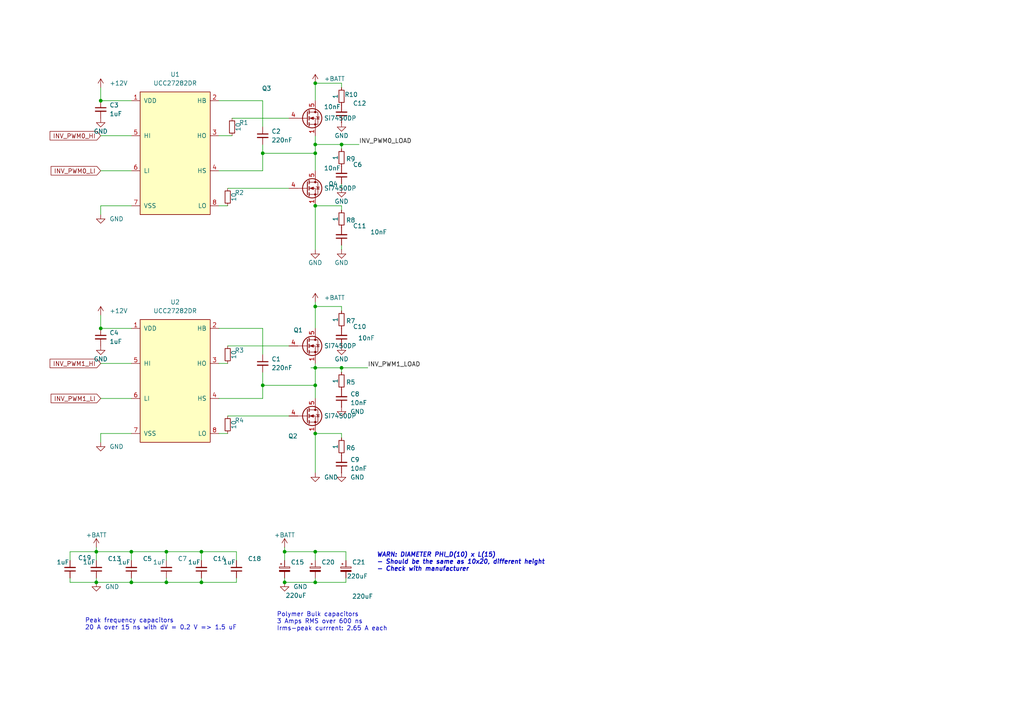
<source format=kicad_sch>
(kicad_sch (version 20250114) (generator "eeschema") (generator_version "9.0")
  (paper "A4")
  (lib_symbols
    (symbol "Device:C_Polarized_Small" (pin_numbers (hide yes)) (pin_names (offset 0.254) (hide yes))
      (property "Reference" "C" (at 0.254 1.778 0))
      (property "Value" "C_Polarized_Small" (at 0.254 -2.032 0))
      (symbol "C_Polarized_Small_0_1"
        (rectangle (start -1.524 0.6858) (end 1.524 0.3048))
        (rectangle (start -1.524 -0.3048) (end 1.524 -0.6858) (fill (type outline)))
        (polyline (pts (xy -1.27 1.524) (xy -0.762 1.524)))
        (polyline (pts (xy -1.016 1.27) (xy -1.016 1.778)))
      )
      (symbol "C_Polarized_Small_1_1"
        (pin passive line (at 0 2.54 270) (length 1.8542) (name "~") (number "1"))
        (pin passive line (at 0 -2.54 90) (length 1.8542) (name "~") (number "2"))
      )
    )
    (symbol "Device:C_Small" (pin_numbers (hide yes)) (pin_names (offset 0.254) (hide yes))
      (property "Reference" "C" (at 0.254 1.778 0))
      (property "Value" "C_Small" (at 0.254 -2.032 0))
      (symbol "C_Small_0_1"
        (polyline (pts (xy -1.524 0.508) (xy 1.524 0.508)) (stroke (width 0.3048)))
        (polyline (pts (xy -1.524 -0.508) (xy 1.524 -0.508)) (stroke (width 0.3302)))
      )
      (symbol "C_Small_1_1"
        (pin passive line (at 0 2.54 270) (length 2.032) (name "~") (number "1"))
        (pin passive line (at 0 -2.54 90) (length 2.032) (name "~") (number "2"))
      )
    )
    (symbol "Device:R_Small" (pin_numbers (hide yes)) (pin_names (offset 0.254) (hide yes))
      (property "Reference" "R" (at 0 0 90))
      (property "Value" "R_Small" (at 1.778 0 90))
      (symbol "R_Small_0_1"
        (rectangle (start -0.762 1.778) (end 0.762 -1.778) (stroke (width 0.2032)))
      )
      (symbol "R_Small_1_1"
        (pin passive line (at 0 2.54 270) (length 0.762) (name "~") (number "1"))
        (pin passive line (at 0 -2.54 90) (length 0.762) (name "~") (number "2"))
      )
    )
    (symbol "Transistor_FET:Si7450DP" (pin_names (hide yes))
      (property "Reference" "Q" (at 5.08 1.905 0))
      (property "Value" "Si7450DP" (at 5.08 0 0))
      (symbol "Si7450DP_0_1"
        (polyline (pts (xy 0.254 1.905) (xy 0.254 -1.905)) (stroke (width 0.254)))
        (polyline (pts (xy 0.254 0) (xy -2.54 0)))
        (polyline (pts (xy 0.762 2.286) (xy 0.762 1.27)) (stroke (width 0.254)))
        (polyline (pts (xy 0.762 0.508) (xy 0.762 -0.508)) (stroke (width 0.254)))
        (polyline (pts (xy 0.762 -1.27) (xy 0.762 -2.286)) (stroke (width 0.254)))
        (polyline (pts (xy 0.762 -1.778) (xy 3.302 -1.778) (xy 3.302 1.778) (xy 0.762 1.778)))
        (polyline (pts (xy 1.016 0) (xy 2.032 0.381) (xy 2.032 -0.381) (xy 1.016 0)) (fill (type outline)))
        (circle (center 1.651 0) (radius 2.794) (stroke (width 0.254)))
        (polyline (pts (xy 2.54 2.54) (xy 2.54 1.778)))
        (circle (center 2.54 1.778) (radius 0.254) (fill (type outline)))
        (circle (center 2.54 -1.778) (radius 0.254) (fill (type outline)))
        (polyline (pts (xy 2.54 -2.54) (xy 2.54 0) (xy 0.762 0)))
        (polyline (pts (xy 2.794 0.508) (xy 2.921 0.381) (xy 3.683 0.381) (xy 3.81 0.254)))
        (polyline (pts (xy 3.302 0.381) (xy 2.921 -0.254) (xy 3.683 -0.254) (xy 3.302 0.381)))
      )
      (symbol "Si7450DP_1_1"
        (pin input line (at -5.08 0 0) (length 2.54) (name "G") (number "4"))
        (pin passive line (at 2.54 5.08 270) (length 2.54) (name "D") (number "5"))
        (pin passive line (at 2.54 -5.08 90) (length 2.54) (name "S") (number "1"))
        (pin passive line (at 2.54 -5.08 90) (length 2.54) (hide yes) (name "S") (number "2"))
        (pin passive line (at 2.54 -5.08 90) (length 2.54) (hide yes) (name "S") (number "3"))
      )
    )
    (symbol "power:+12V" (power) (pin_numbers (hide yes)) (pin_names (offset 0) (hide yes))
      (property "Value" "+12V" (at 0 3.556 0))
      (symbol "+12V_0_1"
        (polyline (pts (xy -0.762 1.27) (xy 0 2.54)))
        (polyline (pts (xy 0 2.54) (xy 0.762 1.27)))
        (polyline (pts (xy 0 0) (xy 0 2.54)))
      )
      (symbol "+12V_1_1"
        (pin power_in line (at 0 0 90) (length 0) (name "~") (number "1"))
      )
    )
    (symbol "power:+BATT" (power) (pin_numbers (hide yes)) (pin_names (offset 0) (hide yes))
      (property "Value" "+BATT" (at 0 3.556 0))
      (symbol "+BATT_0_1"
        (polyline (pts (xy -0.762 1.27) (xy 0 2.54)))
        (polyline (pts (xy 0 2.54) (xy 0.762 1.27)))
        (polyline (pts (xy 0 0) (xy 0 2.54)))
      )
      (symbol "+BATT_1_1"
        (pin power_in line (at 0 0 90) (length 0) (name "~") (number "1"))
      )
    )
    (symbol "power:GND" (power) (pin_numbers (hide yes)) (pin_names (offset 0) (hide yes))
      (property "Value" "GND" (at 0 -3.81 0))
      (symbol "GND_0_1"
        (polyline (pts (xy 0 0) (xy 0 -1.27) (xy 1.27 -1.27) (xy 0 -2.54) (xy -1.27 -1.27) (xy 0 -1.27)))
      )
      (symbol "GND_1_1"
        (pin power_in line (at 0 0 270) (length 0) (name "~") (number "1"))
      )
    )
    (symbol "ucc27282:UCC27282DR" (pin_names (offset 1.016))
      (property "Reference" "U" (at 0 21.59 0))
      (property "Value" "UCC27282DR" (at 0 19.05 0))
      (symbol "UCC27282DR_0_1"
        (rectangle (start -10.16 17.78) (end 10.16 -17.78) (stroke (width 0.2032)) (fill (type background)))
      )
      (symbol "UCC27282DR_1_1"
        (pin power_in line (at -12.7 15.24 0) (length 2.54) (name "VDD") (number "1"))
        (pin input line (at -12.7 5.08 0) (length 2.54) (name "HI") (number "5"))
        (pin input line (at -12.7 -5.08 0) (length 2.54) (name "LI") (number "6"))
        (pin power_in line (at -12.7 -15.24 0) (length 2.54) (name "VSS") (number "7"))
        (pin passive line (at 12.7 15.24 180) (length 2.54) (name "HB") (number "2"))
        (pin output line (at 12.7 5.08 180) (length 2.54) (name "HO") (number "3"))
        (pin output line (at 12.7 -5.08 180) (length 2.54) (name "HS") (number "4"))
        (pin output line (at 12.7 -15.24 180) (length 2.54) (name "LO") (number "8"))
      )
    )
  )
  (text "Polymer Bulk capacitors\n3 Amps RMS over 600 ns\nIrms-peak currrent: 2.65 A each" (at 80.264 183.134 0) (effects (font (size 1.27 1.27) (thickness 0.1588)) (justify left bottom)))
  (text "Peak frequency capacitors\n20 A over 15 ns with dV = 0.2 V => 1.5 uF" (at 24.638 181.102 0) (effects (font (size 1.27 1.27) (thickness 0.1588)) (justify left)))
  (text "Notes:\n- Make sure to correctly connect the bootstrap circuit (Hs to phase voltage)\n- Make sure to connect all 4 PWM inputs to different PWM drivers\n	=> ENSURE DEAD TIME WHEN DRIVING\n" (at -179.832 27.178 0) (effects (font (size 2.54 2.54) (thickness 0.3175)) (justify left)))
  (text "WARN: DIAMETER PHI_D(10) x L(15)\n- Should be the same as 10x20, different height\n- Check with manufacturer" (at 109.22 165.862 0) (effects (font (size 1.27 1.27) (thickness 0.254) (bold yes) (italic yes)) (justify left bottom)))
  (junction (at 91.44 106.68))
  (junction (at 91.44 24.13))
  (junction (at 76.2 44.45))
  (junction (at 82.55 160.02))
  (junction (at 38.1 168.91))
  (junction (at 91.44 168.91))
  (junction (at 27.94 160.02))
  (junction (at 91.44 88.9))
  (junction (at 82.55 168.91))
  (junction (at 76.2 111.76))
  (junction (at 58.42 160.02))
  (junction (at 29.21 29.21))
  (junction (at 91.44 125.73))
  (junction (at 91.44 41.91))
  (junction (at 48.26 168.91))
  (junction (at 38.1 160.02))
  (junction (at 91.44 59.69))
  (junction (at 91.44 160.02))
  (junction (at 91.44 111.76))
  (junction (at 27.94 168.91))
  (junction (at 91.44 44.45))
  (junction (at 99.06 106.68))
  (junction (at 58.42 168.91))
  (junction (at 29.21 95.25))
  (junction (at 48.26 160.02))
  (junction (at 99.06 41.91))
  (wire (pts (xy 76.2 49.53) (xy 63.5 49.53)))
  (wire (pts (xy 27.94 168.91) (xy 38.1 168.91)))
  (wire (pts (xy 91.44 160.02) (xy 100.33 160.02)))
  (wire (pts (xy 99.06 106.68) (xy 99.06 107.95)))
  (wire (pts (xy 76.2 29.21) (xy 76.2 36.83)))
  (wire (pts (xy 48.26 167.64) (xy 48.26 168.91)))
  (wire (pts (xy 63.5 29.21) (xy 76.2 29.21)))
  (wire (pts (xy 76.2 44.45) (xy 76.2 49.53)))
  (wire (pts (xy 91.44 41.91) (xy 99.06 41.91)))
  (wire (pts (xy 38.1 160.02) (xy 48.26 160.02)))
  (wire (pts (xy 48.26 160.02) (xy 58.42 160.02)))
  (wire (pts (xy 38.1 125.73) (xy 29.21 125.73)))
  (wire (pts (xy 99.06 25.4) (xy 99.06 24.13)))
  (wire (pts (xy 67.31 34.29) (xy 83.82 34.29)))
  (wire (pts (xy 29.21 95.25) (xy 38.1 95.25)))
  (wire (pts (xy 76.2 111.76) (xy 91.44 111.76)))
  (wire (pts (xy 91.44 106.68) (xy 99.06 106.68)))
  (wire (pts (xy 68.58 160.02) (xy 58.42 160.02)))
  (wire (pts (xy 91.44 88.9) (xy 91.44 95.25)))
  (wire (pts (xy 76.2 44.45) (xy 91.44 44.45)))
  (wire (pts (xy 91.44 87.63) (xy 91.44 88.9)))
  (wire (pts (xy 27.94 158.75) (xy 27.94 160.02)))
  (wire (pts (xy 68.58 162.56) (xy 68.58 160.02)))
  (wire (pts (xy 29.21 59.69) (xy 38.1 59.69)))
  (wire (pts (xy 82.55 158.75) (xy 82.55 160.02)))
  (wire (pts (xy 20.32 162.56) (xy 20.32 160.02)))
  (wire (pts (xy 90.17 106.68) (xy 91.44 106.68)))
  (wire (pts (xy 63.5 105.41) (xy 66.04 105.41)))
  (wire (pts (xy 66.04 100.33) (xy 83.82 100.33)))
  (wire (pts (xy 91.44 125.73) (xy 91.44 137.16)))
  (wire (pts (xy 99.06 90.17) (xy 99.06 88.9)))
  (wire (pts (xy 76.2 107.95) (xy 76.2 111.76)))
  (wire (pts (xy 91.44 168.91) (xy 82.55 168.91)))
  (wire (pts (xy 91.44 105.41) (xy 91.44 106.68)))
  (wire (pts (xy 58.42 167.64) (xy 58.42 168.91)))
  (wire (pts (xy 76.2 111.76) (xy 76.2 115.57)))
  (wire (pts (xy 29.21 62.23) (xy 29.21 59.69)))
  (wire (pts (xy 20.32 168.91) (xy 27.94 168.91)))
  (wire (pts (xy 68.58 167.64) (xy 68.58 168.91)))
  (wire (pts (xy 99.06 72.39) (xy 99.06 71.12)))
  (wire (pts (xy 82.55 160.02) (xy 91.44 160.02)))
  (wire (pts (xy 100.33 160.02) (xy 100.33 162.56)))
  (wire (pts (xy 100.33 167.64) (xy 100.33 168.91)))
  (wire (pts (xy 91.44 59.69) (xy 99.06 59.69)))
  (wire (pts (xy 99.06 53.34) (xy 99.06 54.61)))
  (wire (pts (xy 58.42 160.02) (xy 58.42 162.56)))
  (wire (pts (xy 29.21 49.53) (xy 38.1 49.53)))
  (wire (pts (xy 76.2 115.57) (xy 63.5 115.57)))
  (wire (pts (xy 76.2 95.25) (xy 76.2 102.87)))
  (wire (pts (xy 91.44 160.02) (xy 91.44 162.56)))
  (wire (pts (xy 66.04 54.61) (xy 83.82 54.61)))
  (wire (pts (xy 38.1 167.64) (xy 38.1 168.91)))
  (wire (pts (xy 29.21 39.37) (xy 38.1 39.37)))
  (wire (pts (xy 63.5 95.25) (xy 76.2 95.25)))
  (wire (pts (xy 91.44 106.68) (xy 91.44 111.76)))
  (wire (pts (xy 27.94 160.02) (xy 38.1 160.02)))
  (wire (pts (xy 91.44 41.91) (xy 91.44 44.45)))
  (wire (pts (xy 29.21 95.25) (xy 29.21 91.44)))
  (wire (pts (xy 38.1 29.21) (xy 29.21 29.21)))
  (wire (pts (xy 100.33 168.91) (xy 91.44 168.91)))
  (wire (pts (xy 99.06 125.73) (xy 99.06 127)))
  (wire (pts (xy 38.1 168.91) (xy 48.26 168.91)))
  (wire (pts (xy 82.55 168.91) (xy 82.55 167.64)))
  (wire (pts (xy 29.21 105.41) (xy 38.1 105.41)))
  (wire (pts (xy 91.44 125.73) (xy 99.06 125.73)))
  (wire (pts (xy 29.21 29.21) (xy 29.21 25.4)))
  (wire (pts (xy 27.94 167.64) (xy 27.94 168.91)))
  (wire (pts (xy 48.26 168.91) (xy 58.42 168.91)))
  (wire (pts (xy 91.44 39.37) (xy 91.44 41.91)))
  (wire (pts (xy 29.21 125.73) (xy 29.21 128.27)))
  (wire (pts (xy 91.44 24.13) (xy 91.44 29.21)))
  (wire (pts (xy 91.44 167.64) (xy 91.44 168.91)))
  (wire (pts (xy 20.32 167.64) (xy 20.32 168.91)))
  (wire (pts (xy 66.04 59.69) (xy 63.5 59.69)))
  (wire (pts (xy 99.06 41.91) (xy 104.14 41.91)))
  (wire (pts (xy 91.44 88.9) (xy 99.06 88.9)))
  (wire (pts (xy 67.31 39.37) (xy 63.5 39.37)))
  (wire (pts (xy 66.04 120.65) (xy 83.82 120.65)))
  (wire (pts (xy 99.06 41.91) (xy 99.06 43.18)))
  (wire (pts (xy 48.26 160.02) (xy 48.26 162.56)))
  (wire (pts (xy 27.94 160.02) (xy 27.94 162.56)))
  (wire (pts (xy 99.06 59.69) (xy 99.06 60.96)))
  (wire (pts (xy 38.1 160.02) (xy 38.1 162.56)))
  (wire (pts (xy 20.32 160.02) (xy 27.94 160.02)))
  (wire (pts (xy 91.44 111.76) (xy 91.44 115.57)))
  (wire (pts (xy 91.44 24.13) (xy 99.06 24.13)))
  (wire (pts (xy 68.58 168.91) (xy 58.42 168.91)))
  (wire (pts (xy 82.55 162.56) (xy 82.55 160.02)))
  (wire (pts (xy 76.2 41.91) (xy 76.2 44.45)))
  (wire (pts (xy 91.44 59.69) (xy 91.44 72.39)))
  (wire (pts (xy 63.5 125.73) (xy 66.04 125.73)))
  (wire (pts (xy 99.06 106.68) (xy 106.68 106.68)))
  (wire (pts (xy 29.21 115.57) (xy 38.1 115.57)))
  (wire (pts (xy 91.44 44.45) (xy 91.44 49.53)))
  (label "INV_PWM1_LOAD" (at 106.68 106.68 0))
  (label "INV_PWM0_LOAD" (at 104.14 41.91 0))
  (global_label "INV_PWM1_HI" (shape input) (at 29.21 105.41 180) (property "Intersheetrefs" "${INTERSHEET_REFS}" (effects (hide yes))))
  (global_label "INV_PWM0_HI" (shape input) (at 29.21 39.37 180) (property "Intersheetrefs" "${INTERSHEET_REFS}" (effects (hide yes))))
  (global_label "INV_PWM1_LI" (shape input) (at 29.21 115.57 180) (property "Intersheetrefs" "${INTERSHEET_REFS}" (effects (hide yes))))
  (global_label "INV_PWM0_LI" (shape input) (at 29.21 49.53 180) (property "Intersheetrefs" "${INTERSHEET_REFS}" (effects (hide yes))))
  (symbol (lib_id "Device:C_Small") (at 58.42 165.1 180) (unit 1)
    (property "Reference" "C14" (at 61.722 162.052 0) (effects (justify right)))
    (property "Value" "1uF" (at 58.166 163.068 0) (effects (justify left)))
    (property "Footprint" "Capacitor_SMD:C_0805_2012Metric" (effects (hide yes)))
    (property "Description" "Unpolarized capacitor, small symbol" (effects (hide yes)))
    (property "LCSC Part Number" "C28323" (effects (hide yes)))
    (property "Manufacturing Part Number" "CL21B105KBFNNNE" (effects (hide yes)))
  )
  (symbol (lib_id "Device:C_Small") (at 29.21 97.79 0) (unit 1)
    (property "Reference" "C4" (at 31.75 96.5262 0) (effects (justify left)))
    (property "Value" "1uF" (at 31.75 99.0662 0) (effects (justify left)))
    (property "Footprint" "Capacitor_SMD:C_0805_2012Metric" (effects (hide yes)))
    (property "Description" "Unpolarized capacitor, small symbol" (effects (hide yes)))
    (property "Manufacturing Part Number" "CL21B105KBFNNNE" (effects (hide yes)))
    (property "LCSC Part Number" "C28323" (effects (hide yes)))
  )
  (symbol (lib_id "Transistor_FET:Si7450DP") (at 88.9 100.33 0) (unit 1)
    (property "Reference" "Q1" (at 85.09 95.758 0) (effects (justify left)))
    (property "Value" "Si7450DP" (at 93.98 100.33 0) (effects (justify left)))
    (property "Footprint" "Package_SO:PowerPAK_SO-8_Single" (effects (hide yes)))
    (property "Datasheet" "https://www.vishay.com/docs/71432/si7450dp.pdf" (effects (hide yes)))
    (property "Description" "5.3A Id, 200V Vds, 80mOhm Ron, PowerPAK-8" (effects (hide yes)))
    (property "LCSC Part Number" "C3289463" (effects (hide yes)))
  )
  (symbol (lib_id "Device:C_Small") (at 27.94 165.1 180) (unit 1)
    (property "Reference" "C13" (at 31.242 162.052 0) (effects (justify right)))
    (property "Value" "1uF" (at 27.686 163.068 0) (effects (justify left)))
    (property "Footprint" "Capacitor_SMD:C_0805_2012Metric" (effects (hide yes)))
    (property "Description" "Unpolarized capacitor, small symbol" (effects (hide yes)))
    (property "LCSC Part Number" "C28323" (effects (hide yes)))
    (property "Manufacturing Part Number" "CL21B105KBFNNNE" (effects (hide yes)))
  )
  (symbol (lib_id "Device:R_Small") (at 99.06 110.49 180) (unit 1)
    (property "Reference" "R5" (at 101.727 110.871 0))
    (property "Value" "1" (at 97.282 110.49 90))
    (property "Footprint" "Capacitor_SMD:C_0603_1608Metric" (effects (hide yes)))
    (property "Description" "Resistor, small symbol" (effects (hide yes)))
    (property "LCSC Part Number" "C22936" (effects (hide yes)))
    (property "Manufacturing Part Number" "0603WAF100KT5E" (effects (hide yes)))
  )
  (symbol (lib_id "power:+BATT") (at 27.94 158.75 0) (unit 1)
    (property "Reference" "#PWR19" (effects (hide yes)))
    (property "Value" "+BATT" (at 27.94 155.194 0))
    (property "Description" "Power symbol creates a global label with name \"+BATT\"" (effects (hide yes)))
  )
  (symbol (lib_id "power:+BATT") (at 91.44 24.13 0) (unit 1)
    (property "Reference" "#PWR7" (effects (hide yes)))
    (property "Value" "+BATT" (at 93.98 22.8599 0) (effects (justify left)))
    (property "Description" "Power symbol creates a global label with name \"+BATT\"" (effects (hide yes)))
  )
  (symbol (lib_id "power:GND") (at 27.94 168.91 0) (unit 1)
    (property "Reference" "#PWR14" (effects (hide yes)))
    (property "Value" "GND" (at 30.48 170.1799 0) (effects (justify left)))
    (property "Description" "Power symbol creates a global label with name \"GND\" , ground" (effects (hide yes)))
  )
  (symbol (lib_id "Device:R_Small") (at 66.04 123.19 0) (unit 1)
    (property "Reference" "R4" (at 68.072 121.92 0) (effects (justify left)))
    (property "Value" "10" (at 67.818 123.19 90))
    (property "Footprint" "Resistor_SMD:R_1206_3216Metric" (effects (hide yes)))
    (property "Description" "Resistor, small symbol" (effects (hide yes)))
    (property "LCSC Part Number" "C17903" (effects (hide yes)))
    (property "Manufacturing Part Number" "1206W4F100JT5E" (effects (hide yes)))
  )
  (symbol (lib_id "Device:R_Small") (at 99.06 92.71 180) (unit 1)
    (property "Reference" "R7" (at 101.727 93.091 0))
    (property "Value" "1" (at 97.282 92.71 90))
    (property "Footprint" "Capacitor_SMD:C_0603_1608Metric" (effects (hide yes)))
    (property "Description" "Resistor, small symbol" (effects (hide yes)))
    (property "LCSC Part Number" "C22936" (effects (hide yes)))
    (property "Manufacturing Part Number" "0603WAF100KT5E" (effects (hide yes)))
  )
  (symbol (lib_id "power:+12V") (at 29.21 91.44 0) (unit 1)
    (property "Reference" "#PWR2" (effects (hide yes)))
    (property "Value" "+12V" (at 31.75 90.1699 0) (effects (justify left)))
    (property "Description" "Power symbol creates a global label with name \"+12V\"" (effects (hide yes)))
  )
  (symbol (lib_id "power:GND") (at 99.06 118.11 0) (unit 1)
    (property "Reference" "#PWR11" (effects (hide yes)))
    (property "Value" "GND" (at 101.6 119.3799 0) (effects (justify left)))
    (property "Description" "Power symbol creates a global label with name \"GND\" , ground" (effects (hide yes)))
  )
  (symbol (lib_id "Device:C_Polarized_Small") (at 91.44 165.1 0) (unit 1)
    (property "Reference" "C20" (at 93.218 163.068 0) (effects (justify left)))
    (property "Value" "220uF" (at 102.108 172.974 0) (effects (justify left)))
    (property "Footprint" "Capacitor_THT:C_Radial_D10.0mm_H16.0mm_P5.00mm" (effects (hide yes)))
    (property "Description" "Polarized capacitor, small symbol" (effects (hide yes)))
    (property "LCSC Part Number" "C2983797" (effects (hide yes)))
    (property "Manufacturing Part Number" "SPZ1JM221G15O00RAXXX" (effects (hide yes)))
  )
  (symbol (lib_id "Device:C_Small") (at 48.26 165.1 180) (unit 1)
    (property "Reference" "C7" (at 51.562 162.052 0) (effects (justify right)))
    (property "Value" "1uF" (at 48.006 163.068 0) (effects (justify left)))
    (property "Footprint" "Capacitor_SMD:C_0805_2012Metric" (effects (hide yes)))
    (property "Description" "Unpolarized capacitor, small symbol" (effects (hide yes)))
    (property "LCSC Part Number" "C28323" (effects (hide yes)))
    (property "Manufacturing Part Number" "CL21B105KBFNNNE" (effects (hide yes)))
  )
  (symbol (lib_id "power:GND") (at 91.44 72.39 0) (unit 1)
    (property "Reference" "#PWR9" (effects (hide yes)))
    (property "Value" "GND" (at 91.44 76.2 0))
    (property "Description" "Power symbol creates a global label with name \"GND\" , ground" (effects (hide yes)))
  )
  (symbol (lib_id "Device:R_Small") (at 99.06 45.72 180) (unit 1)
    (property "Reference" "R9" (at 101.727 46.101 0))
    (property "Value" "1" (at 97.282 45.72 90))
    (property "Footprint" "Capacitor_SMD:C_0603_1608Metric" (effects (hide yes)))
    (property "Description" "Resistor, small symbol" (effects (hide yes)))
    (property "LCSC Part Number" "C22936" (effects (hide yes)))
    (property "Manufacturing Part Number" "0603WAF100KT5E" (effects (hide yes)))
  )
  (symbol (lib_id "power:GND") (at 99.06 137.16 0) (unit 1)
    (property "Reference" "#PWR12" (effects (hide yes)))
    (property "Value" "GND" (at 101.6 138.4299 0) (effects (justify left)))
    (property "Description" "Power symbol creates a global label with name \"GND\" , ground" (effects (hide yes)))
  )
  (symbol (lib_id "Device:C_Small") (at 99.06 115.57 180) (unit 1)
    (property "Reference" "C8" (at 101.6 114.2935 0) (effects (justify right)))
    (property "Value" "10nF" (at 101.6 116.8335 0) (effects (justify right)))
    (property "Footprint" "Capacitor_SMD:C_0402_1005Metric" (effects (hide yes)))
    (property "Description" "Unpolarized capacitor, small symbol" (effects (hide yes)))
    (property "LCSC Part Number" "C15195" (effects (hide yes)))
  )
  (symbol (lib_id "Device:R_Small") (at 99.06 63.5 180) (unit 1)
    (property "Reference" "R8" (at 101.727 63.881 0))
    (property "Value" "1" (at 97.282 63.5 90))
    (property "Footprint" "Capacitor_SMD:C_0603_1608Metric" (effects (hide yes)))
    (property "Description" "Resistor, small symbol" (effects (hide yes)))
    (property "LCSC Part Number" "C22936" (effects (hide yes)))
    (property "Manufacturing Part Number" "0603WAF100KT5E" (effects (hide yes)))
  )
  (symbol (lib_id "Device:R_Small") (at 66.04 57.15 0) (unit 1)
    (property "Reference" "R2" (at 68.072 55.88 0) (effects (justify left)))
    (property "Value" "10" (at 67.818 57.15 90))
    (property "Footprint" "Resistor_SMD:R_1206_3216Metric" (effects (hide yes)))
    (property "Description" "Resistor, small symbol" (effects (hide yes)))
    (property "LCSC Part Number" "C17903" (effects (hide yes)))
    (property "Manufacturing Part Number" "1206W4F100JT5E" (effects (hide yes)))
  )
  (symbol (lib_id "power:GND") (at 29.21 34.29 0) (unit 1)
    (property "Reference" "#PWR6" (effects (hide yes)))
    (property "Value" "GND" (at 29.21 38.1 0))
    (property "Description" "Power symbol creates a global label with name \"GND\" , ground" (effects (hide yes)))
  )
  (symbol (lib_id "Device:C_Small") (at 99.06 97.79 180) (unit 1)
    (property "Reference" "C10" (at 102.362 94.742 0) (effects (justify right)))
    (property "Value" "10nF" (at 108.712 98.044 0) (effects (justify left)))
    (property "Footprint" "Capacitor_SMD:C_0402_1005Metric" (effects (hide yes)))
    (property "Description" "Unpolarized capacitor, small symbol" (effects (hide yes)))
    (property "LCSC Part Number" "C15195" (effects (hide yes)))
  )
  (symbol (lib_id "power:+12V") (at 29.21 25.4 0) (unit 1)
    (property "Reference" "#PWR1" (effects (hide yes)))
    (property "Value" "+12V" (at 31.75 24.1299 0) (effects (justify left)))
    (property "Description" "Power symbol creates a global label with name \"+12V\"" (effects (hide yes)))
  )
  (symbol (lib_id "Device:C_Small") (at 20.32 165.1 180) (unit 1)
    (property "Reference" "C19" (at 22.606 161.798 0) (effects (justify right)))
    (property "Value" "1uF" (at 20.066 163.068 0) (effects (justify left)))
    (property "Footprint" "Capacitor_SMD:C_0805_2012Metric" (effects (hide yes)))
    (property "Description" "Unpolarized capacitor, small symbol" (effects (hide yes)))
    (property "LCSC Part Number" "C28323" (effects (hide yes)))
    (property "Manufacturing Part Number" "CL21B105KBFNNNE" (effects (hide yes)))
  )
  (symbol (lib_id "ucc27282:UCC27282DR") (at 50.8 44.45 0) (unit 1)
    (property "Reference" "U1" (at 50.8 21.59 0))
    (property "Value" "UCC27282DR" (at 50.8 24.13 0))
    (property "LCSC Part Number" "C2867844" (effects (hide yes)))
  )
  (symbol (lib_id "ucc27282:UCC27282DR") (at 50.8 110.49 0) (unit 1)
    (property "Reference" "U2" (at 50.8 87.63 0))
    (property "Value" "UCC27282DR" (at 50.8 90.17 0))
    (property "LCSC Part Number" "C2867844" (effects (hide yes)))
  )
  (symbol (lib_id "power:GND") (at 99.06 72.39 0) (unit 1)
    (property "Reference" "#PWR15" (effects (hide yes)))
    (property "Value" "GND" (at 99.06 76.2 0))
    (property "Description" "Power symbol creates a global label with name \"GND\" , ground" (effects (hide yes)))
  )
  (symbol (lib_id "power:GND") (at 29.21 100.33 0) (unit 1)
    (property "Reference" "#PWR5" (effects (hide yes)))
    (property "Value" "GND" (at 29.21 104.14 0))
    (property "Description" "Power symbol creates a global label with name \"GND\" , ground" (effects (hide yes)))
  )
  (symbol (lib_id "Device:R_Small") (at 99.06 27.94 180) (unit 1)
    (property "Reference" "R10" (at 101.854 27.432 0))
    (property "Value" "1" (at 97.282 27.94 90))
    (property "Footprint" "Capacitor_SMD:C_0603_1608Metric" (effects (hide yes)))
    (property "Description" "Resistor, small symbol" (effects (hide yes)))
    (property "LCSC Part Number" "C22936" (effects (hide yes)))
    (property "Manufacturing Part Number" "0603WAF100KT5E" (effects (hide yes)))
  )
  (symbol (lib_id "power:GND") (at 99.06 100.33 0) (unit 1)
    (property "Reference" "#PWR13" (effects (hide yes)))
    (property "Value" "GND" (at 99.06 104.14 0))
    (property "Description" "Power symbol creates a global label with name \"GND\" , ground" (effects (hide yes)))
  )
  (symbol (lib_id "power:GND") (at 99.06 35.56 0) (unit 1)
    (property "Reference" "#PWR17" (effects (hide yes)))
    (property "Value" "GND" (at 99.06 39.37 0))
    (property "Description" "Power symbol creates a global label with name \"GND\" , ground" (effects (hide yes)))
  )
  (symbol (lib_id "power:+BATT") (at 91.44 87.63 0) (unit 1)
    (property "Reference" "#PWR8" (effects (hide yes)))
    (property "Value" "+BATT" (at 93.98 86.3599 0) (effects (justify left)))
    (property "Description" "Power symbol creates a global label with name \"+BATT\"" (effects (hide yes)))
  )
  (symbol (lib_id "power:GND") (at 82.55 168.91 0) (unit 1)
    (property "Reference" "#PWR20" (effects (hide yes)))
    (property "Value" "GND" (at 85.09 170.1799 0) (effects (justify left)))
    (property "Description" "Power symbol creates a global label with name \"GND\" , ground" (effects (hide yes)))
  )
  (symbol (lib_id "Device:R_Small") (at 99.06 129.54 180) (unit 1)
    (property "Reference" "R6" (at 101.727 129.921 0))
    (property "Value" "1" (at 97.282 129.54 90))
    (property "Footprint" "Capacitor_SMD:C_0603_1608Metric" (effects (hide yes)))
    (property "Description" "Resistor, small symbol" (effects (hide yes)))
    (property "LCSC Part Number" "C22936" (effects (hide yes)))
    (property "Manufacturing Part Number" "0603WAF100KT5E" (effects (hide yes)))
  )
  (symbol (lib_id "Device:C_Small") (at 99.06 33.02 180) (unit 1)
    (property "Reference" "C12" (at 102.362 29.972 0) (effects (justify right)))
    (property "Value" "10nF" (at 98.806 30.988 0) (effects (justify left)))
    (property "Footprint" "Capacitor_SMD:C_0402_1005Metric" (effects (hide yes)))
    (property "Description" "Unpolarized capacitor, small symbol" (effects (hide yes)))
    (property "LCSC Part Number" "C15195" (effects (hide yes)))
    (property "Manufacturing Part Number" "CL05B103KB5NNNC" (effects (hide yes)))
  )
  (symbol (lib_id "power:GND") (at 29.21 128.27 0) (unit 1)
    (property "Reference" "#PWR4" (effects (hide yes)))
    (property "Value" "GND" (at 31.75 129.5399 0) (effects (justify left)))
    (property "Description" "Power symbol creates a global label with name \"GND\" , ground" (effects (hide yes)))
  )
  (symbol (lib_id "Transistor_FET:Si7450DP") (at 88.9 34.29 0) (unit 1)
    (property "Reference" "Q3" (at 75.946 25.654 0) (effects (justify left)))
    (property "Value" "Si7450DP" (at 93.98 34.29 0) (effects (justify left)))
    (property "Footprint" "Package_SO:PowerPAK_SO-8_Single" (effects (hide yes)))
    (property "Datasheet" "https://www.vishay.com/docs/71432/si7450dp.pdf" (effects (hide yes)))
    (property "Description" "5.3A Id, 200V Vds, 80mOhm Ron, PowerPAK-8" (effects (hide yes)))
    (property "LCSC Part Number" "C3289463" (effects (hide yes)))
  )
  (symbol (lib_id "Device:C_Small") (at 76.2 39.37 0) (unit 1)
    (property "Reference" "C2" (at 78.74 38.1062 0) (effects (justify left)))
    (property "Value" "220nF" (at 78.74 40.6462 0) (effects (justify left)))
    (property "Footprint" "Capacitor_SMD:C_0805_2012Metric" (effects (hide yes)))
    (property "Description" "Unpolarized capacitor, small symbol" (effects (hide yes)))
    (property "LCSC Part Number" "C5378" (effects (hide yes)))
    (property "Manufacturing Part Number" "CL21B224KBFNNNE" (effects (hide yes)))
  )
  (symbol (lib_id "Device:C_Polarized_Small") (at 100.33 165.1 0) (unit 1)
    (property "Reference" "C21" (at 102.108 163.068 0) (effects (justify left)))
    (property "Value" "220uF" (at 100.584 167.132 0) (effects (justify left)))
    (property "Footprint" "Capacitor_THT:C_Radial_D10.0mm_H16.0mm_P5.00mm" (effects (hide yes)))
    (property "Description" "Polarized capacitor, small symbol" (effects (hide yes)))
    (property "LCSC Part Number" "C2983797" (effects (hide yes)))
    (property "Manufacturing Part Number" "SPZ1JM221G15O00RAXXX" (effects (hide yes)))
  )
  (symbol (lib_id "Device:C_Small") (at 38.1 165.1 180) (unit 1)
    (property "Reference" "C5" (at 41.402 162.052 0) (effects (justify right)))
    (property "Value" "1uF" (at 37.846 163.068 0) (effects (justify left)))
    (property "Footprint" "Capacitor_SMD:C_0805_2012Metric" (effects (hide yes)))
    (property "Description" "Unpolarized capacitor, small symbol" (effects (hide yes)))
    (property "LCSC Part Number" "C28323" (effects (hide yes)))
    (property "Manufacturing Part Number" "CL21B105KBFNNNE" (effects (hide yes)))
  )
  (symbol (lib_id "Transistor_FET:Si7450DP") (at 88.9 54.61 0) (unit 1)
    (property "Reference" "Q4" (at 95.25 53.3399 0) (effects (justify left)))
    (property "Value" "Si7450DP" (at 93.98 54.61 0) (effects (justify left)))
    (property "Footprint" "Package_SO:PowerPAK_SO-8_Single" (effects (hide yes)))
    (property "Datasheet" "https://www.vishay.com/docs/71432/si7450dp.pdf" (effects (hide yes)))
    (property "Description" "5.3A Id, 200V Vds, 80mOhm Ron, PowerPAK-8" (effects (hide yes)))
    (property "LCSC Part Number" "C3289463" (effects (hide yes)))
  )
  (symbol (lib_id "Device:C_Polarized_Small") (at 82.55 165.1 0) (unit 1)
    (property "Reference" "C15" (at 84.328 163.068 0) (effects (justify left)))
    (property "Value" "220uF" (at 82.804 172.72 0) (effects (justify left)))
    (property "Footprint" "Capacitor_THT:C_Radial_D10.0mm_H16.0mm_P5.00mm" (effects (hide yes)))
    (property "Description" "Polarized capacitor, small symbol" (effects (hide yes)))
    (property "LCSC Part Number" "C2983797" (effects (hide yes)))
    (property "Manufacturing Part Number" "SPZ1JM221G15O00RAXXX" (effects (hide yes)))
  )
  (symbol (lib_id "power:+BATT") (at 82.55 158.75 0) (unit 1)
    (property "Reference" "#PWR18" (effects (hide yes)))
    (property "Value" "+BATT" (at 82.55 155.194 0))
    (property "Description" "Power symbol creates a global label with name \"+BATT\"" (effects (hide yes)))
  )
  (symbol (lib_id "Device:C_Small") (at 99.06 134.62 180) (unit 1)
    (property "Reference" "C9" (at 101.6 133.3435 0) (effects (justify right)))
    (property "Value" "10nF" (at 101.6 135.8835 0) (effects (justify right)))
    (property "Footprint" "Capacitor_SMD:C_0402_1005Metric" (effects (hide yes)))
    (property "Description" "Unpolarized capacitor, small symbol" (effects (hide yes)))
    (property "LCSC Part Number" "C15195" (effects (hide yes)))
  )
  (symbol (lib_id "Device:C_Small") (at 99.06 68.58 180) (unit 1)
    (property "Reference" "C11" (at 102.362 65.532 0) (effects (justify right)))
    (property "Value" "10nF" (at 112.268 67.31 0) (effects (justify left)))
    (property "Footprint" "Capacitor_SMD:C_0402_1005Metric" (effects (hide yes)))
    (property "Description" "Unpolarized capacitor, small symbol" (effects (hide yes)))
    (property "LCSC Part Number" "C15195" (effects (hide yes)))
  )
  (symbol (lib_id "Device:C_Small") (at 68.58 165.1 180) (unit 1)
    (property "Reference" "C18" (at 71.882 162.052 0) (effects (justify right)))
    (property "Value" "1uF" (at 68.326 163.068 0) (effects (justify left)))
    (property "Footprint" "Capacitor_SMD:C_0805_2012Metric" (effects (hide yes)))
    (property "Description" "Unpolarized capacitor, small symbol" (effects (hide yes)))
    (property "LCSC Part Number" "C28323" (effects (hide yes)))
    (property "Manufacturing Part Number" "CL21B105KBFNNNE" (effects (hide yes)))
  )
  (symbol (lib_id "Device:R_Small") (at 67.31 36.83 0) (unit 1)
    (property "Reference" "R1" (at 69.342 35.56 0) (effects (justify left)))
    (property "Value" "10" (at 69.088 36.83 90))
    (property "Footprint" "Resistor_SMD:R_1206_3216Metric" (effects (hide yes)))
    (property "Description" "Resistor, small symbol" (effects (hide yes)))
    (property "LCSC Part Number" "C17903" (effects (hide yes)))
    (property "Manufacturing Part Number" "1206W4F100JT5E" (effects (hide yes)))
  )
  (symbol (lib_id "Device:R_Small") (at 66.04 102.87 0) (unit 1)
    (property "Reference" "R3" (at 68.072 101.6 0) (effects (justify left)))
    (property "Value" "10" (at 67.818 102.87 90))
    (property "Footprint" "Resistor_SMD:R_1206_3216Metric" (effects (hide yes)))
    (property "Description" "Resistor, small symbol" (effects (hide yes)))
    (property "LCSC Part Number" "C17903" (effects (hide yes)))
    (property "Manufacturing Part Number" "1206W4F100JT5E" (effects (hide yes)))
  )
  (symbol (lib_id "power:GND") (at 99.06 54.61 0) (unit 1)
    (property "Reference" "#PWR16" (effects (hide yes)))
    (property "Value" "GND" (at 99.06 58.42 0))
    (property "Description" "Power symbol creates a global label with name \"GND\" , ground" (effects (hide yes)))
  )
  (symbol (lib_id "Device:C_Small") (at 29.21 31.75 0) (unit 1)
    (property "Reference" "C3" (at 31.75 30.4862 0) (effects (justify left)))
    (property "Value" "1uF" (at 31.75 33.0262 0) (effects (justify left)))
    (property "Footprint" "Capacitor_SMD:C_0805_2012Metric" (effects (hide yes)))
    (property "Description" "Unpolarized capacitor, small symbol" (effects (hide yes)))
    (property "Manufacturing Part Number" "CL21B105KBFNNNE" (effects (hide yes)))
    (property "LCSC Part Number" "C28323" (effects (hide yes)))
  )
  (symbol (lib_id "power:GND") (at 91.44 137.16 0) (unit 1)
    (property "Reference" "#PWR10" (effects (hide yes)))
    (property "Value" "GND" (at 93.98 138.4299 0) (effects (justify left)))
    (property "Description" "Power symbol creates a global label with name \"GND\" , ground" (effects (hide yes)))
  )
  (symbol (lib_id "Transistor_FET:Si7450DP") (at 88.9 120.65 0) (unit 1)
    (property "Reference" "Q2" (at 83.566 126.492 0) (effects (justify left)))
    (property "Value" "Si7450DP" (at 93.98 120.65 0) (effects (justify left)))
    (property "Footprint" "Package_SO:PowerPAK_SO-8_Single" (effects (hide yes)))
    (property "Datasheet" "https://www.vishay.com/docs/71432/si7450dp.pdf" (effects (hide yes)))
    (property "Description" "5.3A Id, 200V Vds, 80mOhm Ron, PowerPAK-8" (effects (hide yes)))
    (property "LCSC Part Number" "C3289463" (effects (hide yes)))
  )
  (symbol (lib_id "Device:C_Small") (at 76.2 105.41 0) (unit 1)
    (property "Reference" "C1" (at 78.74 104.1462 0) (effects (justify left)))
    (property "Value" "220nF" (at 78.74 106.6862 0) (effects (justify left)))
    (property "Footprint" "Capacitor_SMD:C_0805_2012Metric" (effects (hide yes)))
    (property "Description" "Unpolarized capacitor, small symbol" (effects (hide yes)))
    (property "LCSC Part Number" "C5378" (effects (hide yes)))
    (property "Manufacturing Part Number" "CL21B224KBFNNNE" (effects (hide yes)))
  )
  (symbol (lib_id "Device:C_Small") (at 99.06 50.8 180) (unit 1)
    (property "Reference" "C6" (at 102.362 47.752 0) (effects (justify right)))
    (property "Value" "10nF" (at 98.806 48.768 0) (effects (justify left)))
    (property "Footprint" "Capacitor_SMD:C_0402_1005Metric" (effects (hide yes)))
    (property "Description" "Unpolarized capacitor, small symbol" (effects (hide yes)))
    (property "LCSC Part Number" "C15195" (effects (hide yes)))
  )
  (symbol (lib_id "power:GND") (at 29.21 62.23 0) (unit 1)
    (property "Reference" "#PWR3" (effects (hide yes)))
    (property "Value" "GND" (at 31.75 63.4999 0) (effects (justify left)))
    (property "Description" "Power symbol creates a global label with name \"GND\" , ground" (effects (hide yes)))
  )
)
</source>
